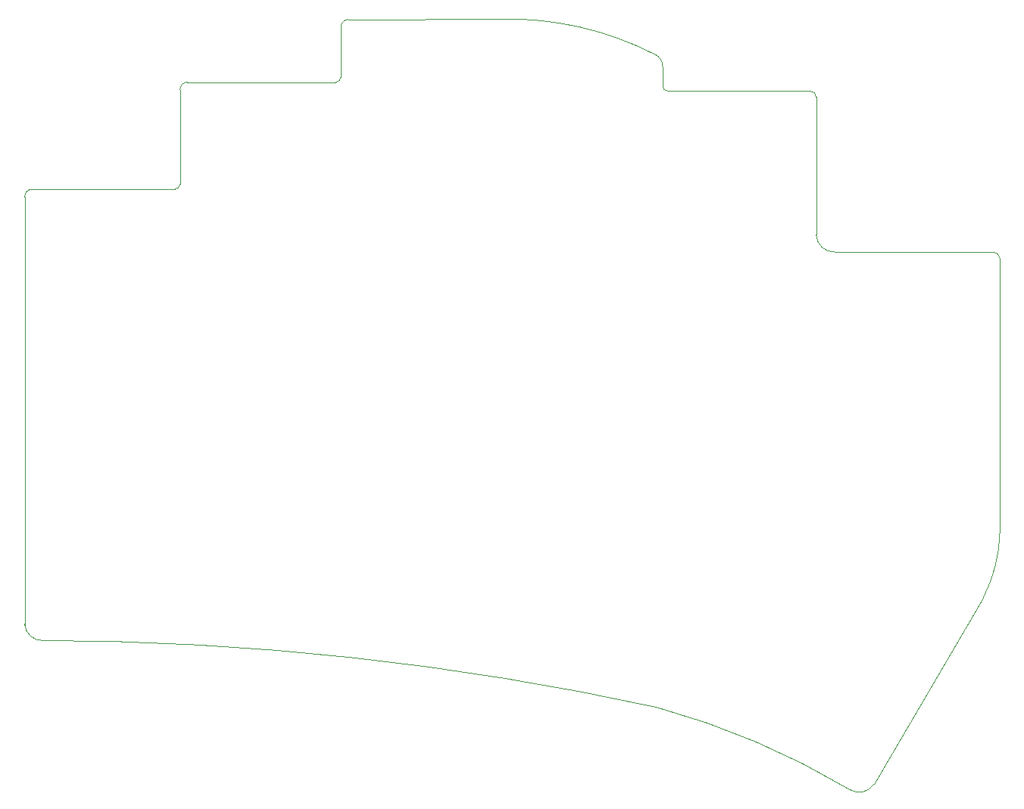
<source format=gbr>
%TF.GenerationSoftware,KiCad,Pcbnew,(6.0.1)*%
%TF.CreationDate,2022-01-25T22:42:07+01:00*%
%TF.ProjectId,half-swept,68616c66-2d73-4776-9570-742e6b696361,rev?*%
%TF.SameCoordinates,Original*%
%TF.FileFunction,Profile,NP*%
%FSLAX46Y46*%
G04 Gerber Fmt 4.6, Leading zero omitted, Abs format (unit mm)*
G04 Created by KiCad (PCBNEW (6.0.1)) date 2022-01-25 22:42:07*
%MOMM*%
%LPD*%
G01*
G04 APERTURE LIST*
%TA.AperFunction,Profile*%
%ADD10C,0.050000*%
%TD*%
G04 APERTURE END LIST*
D10*
X127750000Y-45362000D02*
G75*
G03*
X127000000Y-44612000I-750000J0D01*
G01*
X18730254Y-38454757D02*
X18730254Y-86245024D01*
X110938000Y-104748000D02*
G75*
G03*
X89409134Y-95561946I-44316008J-74040014D01*
G01*
X107222002Y-42683999D02*
G75*
G03*
X109257002Y-44614917I2000000J70001D01*
G01*
X110938000Y-104748000D02*
G75*
G03*
X113670000Y-104149265I1070000J1650000D01*
G01*
X89409134Y-95561946D02*
G75*
G03*
X20768000Y-88081119I-69219163J-316475410D01*
G01*
X18730254Y-86245024D02*
G75*
G03*
X20768000Y-88081119I1977999J146416D01*
G01*
X127750000Y-45362000D02*
X127750000Y-62484000D01*
X107222001Y-42683999D02*
X107222045Y-27300000D01*
X109257002Y-44614917D02*
X127000000Y-44612000D01*
X125888304Y-83312000D02*
X113670000Y-104149265D01*
X125888304Y-83312000D02*
G75*
G03*
X127750000Y-75987850I-14994745J7710137D01*
G01*
X127750000Y-62484000D02*
X127750000Y-69850000D01*
X127750000Y-69850000D02*
X127750000Y-75987850D01*
X53500000Y-25612930D02*
G75*
G03*
X54095622Y-25017308I-1J595623D01*
G01*
X54925063Y-18592324D02*
G75*
G03*
X54092594Y-19450000I12603J-845072D01*
G01*
X107222045Y-27300000D02*
G75*
G03*
X106528929Y-26606884I-693116J0D01*
G01*
X36928091Y-25612930D02*
X53500000Y-25612930D01*
X106528929Y-26606884D02*
X90600000Y-26606884D01*
X90069965Y-26095215D02*
X90065080Y-23880174D01*
X36928091Y-25612930D02*
G75*
G03*
X36095622Y-26470606I12603J-845072D01*
G01*
X19562723Y-37597081D02*
G75*
G03*
X18730254Y-38454757I12603J-845072D01*
G01*
X54095622Y-25017308D02*
X54092594Y-19450000D01*
X90069965Y-26095215D02*
G75*
G03*
X90600000Y-26606884I530036J18697D01*
G01*
X19562723Y-37597081D02*
X35500000Y-37597081D01*
X89145062Y-22487247D02*
G75*
G03*
X71956645Y-18557920I-16335487J-31898726D01*
G01*
X90065080Y-23880174D02*
G75*
G03*
X89145062Y-22487247I-1444887J45959D01*
G01*
X36095622Y-37001459D02*
X36095622Y-26470606D01*
X35500000Y-37597081D02*
G75*
G03*
X36095622Y-37001459I-1J595623D01*
G01*
X54925063Y-18592324D02*
X71956645Y-18557920D01*
M02*

</source>
